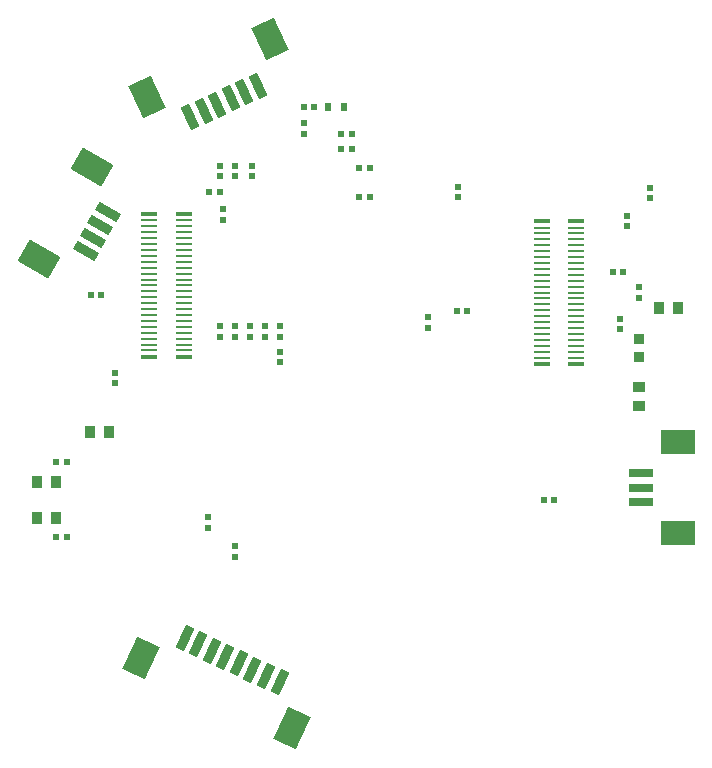
<source format=gbp>
G04*
G04 #@! TF.GenerationSoftware,Altium Limited,Altium Designer,18.0.7 (293)*
G04*
G04 Layer_Color=128*
%FSLAX44Y44*%
%MOMM*%
G71*
G01*
G75*
%ADD18R,0.8890X1.0160*%
%ADD19R,0.6000X0.5000*%
%ADD22R,0.5000X0.6000*%
%ADD42R,3.0000X2.1000*%
%ADD43R,2.1000X0.8000*%
%ADD83R,0.8128X0.8128*%
G04:AMPARAMS|DCode=84|XSize=3mm|YSize=2.1mm|CornerRadius=0mm|HoleSize=0mm|Usage=FLASHONLY|Rotation=295.000|XOffset=0mm|YOffset=0mm|HoleType=Round|Shape=Rectangle|*
%AMROTATEDRECTD84*
4,1,4,-1.5856,0.9157,0.3177,1.8032,1.5856,-0.9157,-0.3177,-1.8032,-1.5856,0.9157,0.0*
%
%ADD84ROTATEDRECTD84*%

G04:AMPARAMS|DCode=85|XSize=2.1mm|YSize=0.8mm|CornerRadius=0mm|HoleSize=0mm|Usage=FLASHONLY|Rotation=295.000|XOffset=0mm|YOffset=0mm|HoleType=Round|Shape=Rectangle|*
%AMROTATEDRECTD85*
4,1,4,-0.8063,0.7826,-0.0812,1.1207,0.8063,-0.7826,0.0812,-1.1207,-0.8063,0.7826,0.0*
%
%ADD85ROTATEDRECTD85*%

%ADD86R,0.6000X0.7000*%
%ADD87R,1.3500X0.3000*%
%ADD88R,1.3500X0.2500*%
G04:AMPARAMS|DCode=89|XSize=2.1mm|YSize=0.8mm|CornerRadius=0mm|HoleSize=0mm|Usage=FLASHONLY|Rotation=65.000|XOffset=0mm|YOffset=0mm|HoleType=Round|Shape=Rectangle|*
%AMROTATEDRECTD89*
4,1,4,-0.0812,-1.1207,-0.8063,-0.7826,0.0812,1.1207,0.8063,0.7826,-0.0812,-1.1207,0.0*
%
%ADD89ROTATEDRECTD89*%

G04:AMPARAMS|DCode=90|XSize=3mm|YSize=2.1mm|CornerRadius=0mm|HoleSize=0mm|Usage=FLASHONLY|Rotation=65.000|XOffset=0mm|YOffset=0mm|HoleType=Round|Shape=Rectangle|*
%AMROTATEDRECTD90*
4,1,4,0.3177,-1.8032,-1.5856,-0.9157,-0.3177,1.8032,1.5856,0.9157,0.3177,-1.8032,0.0*
%
%ADD90ROTATEDRECTD90*%

%ADD91R,1.0160X0.8890*%
G04:AMPARAMS|DCode=92|XSize=2.1mm|YSize=0.8mm|CornerRadius=0mm|HoleSize=0mm|Usage=FLASHONLY|Rotation=330.000|XOffset=0mm|YOffset=0mm|HoleType=Round|Shape=Rectangle|*
%AMROTATEDRECTD92*
4,1,4,-1.1093,0.1786,-0.7093,0.8714,1.1093,-0.1786,0.7093,-0.8714,-1.1093,0.1786,0.0*
%
%ADD92ROTATEDRECTD92*%

G04:AMPARAMS|DCode=93|XSize=3mm|YSize=2.1mm|CornerRadius=0mm|HoleSize=0mm|Usage=FLASHONLY|Rotation=330.000|XOffset=0mm|YOffset=0mm|HoleType=Round|Shape=Rectangle|*
%AMROTATEDRECTD93*
4,1,4,-1.8240,-0.1593,-0.7740,1.6593,1.8240,0.1593,0.7740,-1.6593,-1.8240,-0.1593,0.0*
%
%ADD93ROTATEDRECTD93*%

D18*
X267081Y59690D02*
D03*
X251079D02*
D03*
X-275971Y-87630D02*
D03*
X-259969D02*
D03*
X-275971Y-118110D02*
D03*
X-259969D02*
D03*
X-231101Y-45974D02*
D03*
X-215099D02*
D03*
D19*
X-82550Y43870D02*
D03*
Y34870D02*
D03*
X-69850D02*
D03*
Y43870D02*
D03*
Y22280D02*
D03*
Y13280D02*
D03*
X-95250Y43870D02*
D03*
Y34870D02*
D03*
X-107950Y43870D02*
D03*
Y34870D02*
D03*
X-120650Y43870D02*
D03*
Y34870D02*
D03*
X-93980Y179760D02*
D03*
Y170760D02*
D03*
X223930Y137640D02*
D03*
Y128640D02*
D03*
X-118110Y142930D02*
D03*
Y133930D02*
D03*
X217430Y50220D02*
D03*
Y41220D02*
D03*
X233680Y68000D02*
D03*
Y77000D02*
D03*
X80870Y152980D02*
D03*
Y161980D02*
D03*
X-107950Y-151336D02*
D03*
Y-142336D02*
D03*
Y179760D02*
D03*
Y170760D02*
D03*
X-120650Y179760D02*
D03*
Y170760D02*
D03*
X-50187Y207146D02*
D03*
Y216146D02*
D03*
X243430Y161290D02*
D03*
Y152290D02*
D03*
X54870Y42490D02*
D03*
Y51490D02*
D03*
X-209550Y4500D02*
D03*
Y-4500D02*
D03*
X-130810Y-126490D02*
D03*
Y-117490D02*
D03*
D22*
X161980Y-102870D02*
D03*
X152980D02*
D03*
X-221560Y70676D02*
D03*
X-230560D02*
D03*
X88320Y57150D02*
D03*
X79320D02*
D03*
X211400Y90170D02*
D03*
X220400D02*
D03*
X-18470Y207010D02*
D03*
X-9470D02*
D03*
X-3230Y177800D02*
D03*
X5770D02*
D03*
X-130230Y157480D02*
D03*
X-121230D02*
D03*
X-41220Y229870D02*
D03*
X-50220D02*
D03*
X-250770Y-134690D02*
D03*
X-259770D02*
D03*
X-250770Y-71190D02*
D03*
X-259770D02*
D03*
X-9470Y194310D02*
D03*
X-18470D02*
D03*
X5770Y153701D02*
D03*
X-3230D02*
D03*
D42*
X266579Y-54010D02*
D03*
Y-131410D02*
D03*
D43*
X235579Y-105210D02*
D03*
Y-92710D02*
D03*
Y-80210D02*
D03*
D83*
X233999Y33020D02*
D03*
Y17780D02*
D03*
D84*
X-78354Y286752D02*
D03*
X-182942Y237982D02*
D03*
D85*
X-89043Y247563D02*
D03*
X-100372Y242280D02*
D03*
X-134721Y226263D02*
D03*
X-146050Y220980D02*
D03*
X-123211Y231630D02*
D03*
X-111882Y236913D02*
D03*
D86*
X-29960Y229870D02*
D03*
X-15760D02*
D03*
D87*
X-180750Y18250D02*
D03*
X-151250D02*
D03*
X-180750Y138750D02*
D03*
X-151250D02*
D03*
X151250Y12250D02*
D03*
X180750D02*
D03*
X151250Y132750D02*
D03*
X180750D02*
D03*
D88*
X-180750Y23500D02*
D03*
X-151250D02*
D03*
X-180750Y28500D02*
D03*
X-151250D02*
D03*
X-180750Y33500D02*
D03*
X-151250D02*
D03*
X-180750Y38500D02*
D03*
X-151250D02*
D03*
X-180750Y43500D02*
D03*
X-151250D02*
D03*
X-180750Y48500D02*
D03*
X-151250D02*
D03*
X-180750Y53500D02*
D03*
X-151250D02*
D03*
X-180750Y58500D02*
D03*
X-151250D02*
D03*
X-180750Y63500D02*
D03*
X-151250D02*
D03*
X-180750Y68500D02*
D03*
X-151250D02*
D03*
X-180750Y73500D02*
D03*
X-151250D02*
D03*
X-180750Y78500D02*
D03*
X-151250D02*
D03*
X-180750Y83500D02*
D03*
X-151250D02*
D03*
X-180750Y88500D02*
D03*
X-151250D02*
D03*
X-180750Y93500D02*
D03*
X-151250D02*
D03*
X-180750Y98500D02*
D03*
X-151250D02*
D03*
X-180750Y103500D02*
D03*
X-151250D02*
D03*
X-180750Y108500D02*
D03*
X-151250D02*
D03*
X-180750Y113500D02*
D03*
X-151250D02*
D03*
X-180750Y118500D02*
D03*
X-151250D02*
D03*
X-180750Y123500D02*
D03*
X-151250D02*
D03*
X-180750Y128500D02*
D03*
X-151250D02*
D03*
X-180750Y133500D02*
D03*
X-151250D02*
D03*
X151250Y17500D02*
D03*
X180750D02*
D03*
X151250Y22500D02*
D03*
X180750D02*
D03*
X151250Y27500D02*
D03*
X180750D02*
D03*
X151250Y32500D02*
D03*
X180750D02*
D03*
X151250Y37500D02*
D03*
X180750D02*
D03*
X151250Y42500D02*
D03*
X180750D02*
D03*
X151250Y47500D02*
D03*
X180750D02*
D03*
X151250Y52500D02*
D03*
X180750D02*
D03*
X151250Y57500D02*
D03*
X180750D02*
D03*
X151250Y62500D02*
D03*
X180750D02*
D03*
X151250Y67500D02*
D03*
X180750D02*
D03*
X151250Y72500D02*
D03*
X180750D02*
D03*
X151250Y77500D02*
D03*
X180750D02*
D03*
X151250Y82500D02*
D03*
X180750D02*
D03*
X151250Y87500D02*
D03*
X180750D02*
D03*
X151250Y92500D02*
D03*
X180750D02*
D03*
X151250Y97500D02*
D03*
X180750D02*
D03*
X151250Y102500D02*
D03*
X180750D02*
D03*
X151250Y107500D02*
D03*
X180750D02*
D03*
X151250Y112500D02*
D03*
X180750D02*
D03*
X151250Y117500D02*
D03*
X180750D02*
D03*
X151250Y122500D02*
D03*
X180750D02*
D03*
X151250Y127500D02*
D03*
X180750D02*
D03*
D89*
X-151010Y-219939D02*
D03*
X-139500Y-225306D02*
D03*
X-70620Y-257425D02*
D03*
X-82131Y-252058D02*
D03*
X-116480Y-236041D02*
D03*
X-105151Y-241324D02*
D03*
X-93641Y-246691D02*
D03*
X-127990Y-230674D02*
D03*
D90*
X-187720Y-237025D02*
D03*
X-60112Y-296530D02*
D03*
D91*
X233999Y-23241D02*
D03*
Y-7239D02*
D03*
D92*
X-234712Y108092D02*
D03*
X-228462Y118917D02*
D03*
X-222212Y129743D02*
D03*
X-215962Y140568D02*
D03*
D93*
X-229683Y178801D02*
D03*
X-274683Y100859D02*
D03*
M02*

</source>
